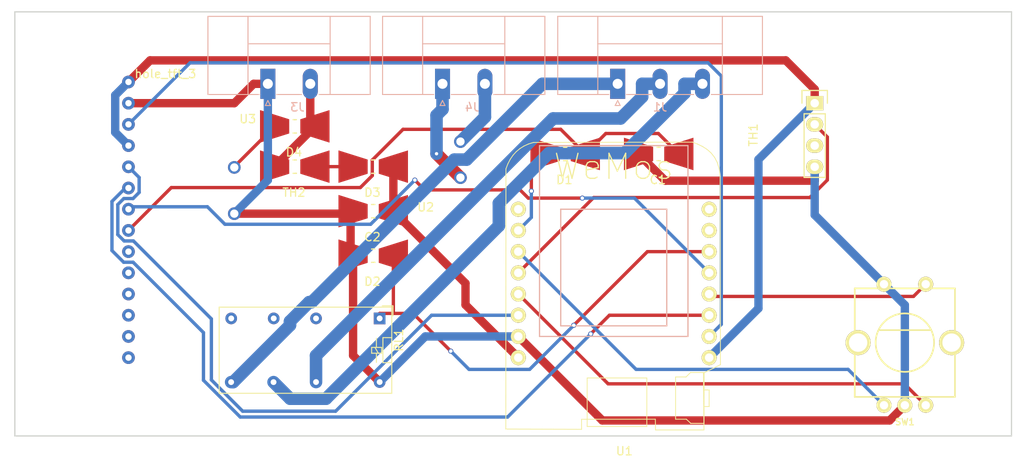
<source format=kicad_pcb>
(kicad_pcb (version 4) (host pcbnew 4.0.7)

  (general
    (links 37)
    (no_connects 0)
    (area 79.379714 43.065 204.45 99.365)
    (thickness 1.6)
    (drawings 6)
    (tracks 160)
    (zones 0)
    (modules 24)
    (nets 35)
  )

  (page A4)
  (layers
    (0 F.Cu signal)
    (31 B.Cu signal)
    (32 B.Adhes user)
    (33 F.Adhes user)
    (34 B.Paste user)
    (35 F.Paste user)
    (36 B.SilkS user)
    (37 F.SilkS user)
    (38 B.Mask user)
    (39 F.Mask user)
    (40 Dwgs.User user)
    (41 Cmts.User user)
    (42 Eco1.User user)
    (43 Eco2.User user)
    (44 Edge.Cuts user)
    (45 Margin user)
    (46 B.CrtYd user)
    (47 F.CrtYd user)
    (48 B.Fab user)
    (49 F.Fab user)
  )

  (setup
    (last_trace_width 0.4)
    (trace_clearance 0.3)
    (zone_clearance 0.508)
    (zone_45_only no)
    (trace_min 0.2)
    (segment_width 0.2)
    (edge_width 0.15)
    (via_size 0.6)
    (via_drill 0.4)
    (via_min_size 0.4)
    (via_min_drill 0.3)
    (uvia_size 0.3)
    (uvia_drill 0.1)
    (uvias_allowed no)
    (uvia_min_size 0.2)
    (uvia_min_drill 0.1)
    (pcb_text_width 0.3)
    (pcb_text_size 1.5 1.5)
    (mod_edge_width 0.15)
    (mod_text_size 1 1)
    (mod_text_width 0.15)
    (pad_size 1.8 1.8)
    (pad_drill 1)
    (pad_to_mask_clearance 0.2)
    (aux_axis_origin 0 0)
    (grid_origin 320.04 -83.82)
    (visible_elements 7FFFFFFF)
    (pcbplotparams
      (layerselection 0x01030_80000001)
      (usegerberextensions false)
      (excludeedgelayer true)
      (linewidth 0.100000)
      (plotframeref false)
      (viasonmask false)
      (mode 1)
      (useauxorigin false)
      (hpglpennumber 1)
      (hpglpenspeed 20)
      (hpglpendiameter 15)
      (hpglpenoverlay 2)
      (psnegative false)
      (psa4output false)
      (plotreference true)
      (plotvalue true)
      (plotinvisibletext false)
      (padsonsilk false)
      (subtractmaskfromsilk false)
      (outputformat 4)
      (mirror false)
      (drillshape 0)
      (scaleselection 1)
      (outputdirectory ""))
  )

  (net 0 "")
  (net 1 "Net-(C1-Pad1)")
  (net 2 GND)
  (net 3 +5V)
  (net 4 DISP_LED)
  (net 5 RELAY)
  (net 6 "Net-(D3-Pad2)")
  (net 7 NO1)
  (net 8 COM1)
  (net 9 NC1)
  (net 10 ENC_A)
  (net 11 ENC_B)
  (net 12 ENC_BUT)
  (net 13 +3V3)
  (net 14 DHT_22)
  (net 15 "Net-(TH1-Pad3)")
  (net 16 "Net-(U1-Pad8)")
  (net 17 DISP_DC)
  (net 18 DISP_CS)
  (net 19 DISP_MOSI)
  (net 20 DISP_SCK)
  (net 21 "Net-(U1-Pad10)")
  (net 22 "Net-(U1-Pad9)")
  (net 23 "Net-(U2-Pad9)")
  (net 24 "Net-(U2-Pad10)")
  (net 25 "Net-(U2-Pad11)")
  (net 26 "Net-(U2-Pad12)")
  (net 27 "Net-(U2-Pad13)")
  (net 28 pwr)
  (net 29 "Net-(J4-Pad2)")
  (net 30 "Net-(J4-Pad1)")
  (net 31 "Net-(RL1-Pad4)")
  (net 32 "Net-(RL1-Pad2)")
  (net 33 "Net-(RL1-Pad3)")
  (net 34 "Net-(D4-Pad2)")

  (net_class Default "Questo è il gruppo di collegamenti predefinito"
    (clearance 0.3)
    (trace_width 0.4)
    (via_dia 0.6)
    (via_drill 0.4)
    (uvia_dia 0.3)
    (uvia_drill 0.1)
    (add_net DHT_22)
    (add_net DISP_CS)
    (add_net DISP_DC)
    (add_net DISP_LED)
    (add_net DISP_MOSI)
    (add_net DISP_SCK)
    (add_net ENC_A)
    (add_net ENC_B)
    (add_net ENC_BUT)
    (add_net "Net-(C1-Pad1)")
    (add_net "Net-(D3-Pad2)")
    (add_net "Net-(D4-Pad2)")
    (add_net "Net-(RL1-Pad2)")
    (add_net "Net-(RL1-Pad3)")
    (add_net "Net-(RL1-Pad4)")
    (add_net "Net-(TH1-Pad3)")
    (add_net "Net-(U1-Pad10)")
    (add_net "Net-(U1-Pad8)")
    (add_net "Net-(U1-Pad9)")
    (add_net "Net-(U2-Pad10)")
    (add_net "Net-(U2-Pad11)")
    (add_net "Net-(U2-Pad12)")
    (add_net "Net-(U2-Pad13)")
    (add_net "Net-(U2-Pad9)")
    (add_net RELAY)
  )

  (net_class 220-relay ""
    (clearance 0.5)
    (trace_width 1.5)
    (via_dia 0.6)
    (via_drill 0.4)
    (uvia_dia 0.3)
    (uvia_drill 0.1)
    (add_net COM1)
    (add_net NC1)
    (add_net NO1)
    (add_net "Net-(J4-Pad1)")
    (add_net "Net-(J4-Pad2)")
  )

  (net_class pwr ""
    (clearance 0.3)
    (trace_width 1)
    (via_dia 0.6)
    (via_drill 0.4)
    (uvia_dia 0.3)
    (uvia_drill 0.1)
    (add_net +3V3)
    (add_net +5V)
    (add_net GND)
    (add_net pwr)
  )

  (module Mounting_Holes:MountingHole_3mm (layer F.Cu) (tedit 5C2B9EDB) (tstamp 5C2B9E21)
    (at 182.94 70.38 180)
    (descr "Mounting Hole 3mm, no annular")
    (tags "mounting hole 3mm no annular")
    (attr virtual)
    (fp_text reference hole_503_2 (at 0 -4 180) (layer F.SilkS) hide
      (effects (font (size 1 1) (thickness 0.15)))
    )
    (fp_text value MountingHole_3mm (at 0 4 180) (layer F.Fab)
      (effects (font (size 1 1) (thickness 0.15)))
    )
    (fp_text user %R (at 0.3 0 180) (layer F.Fab)
      (effects (font (size 1 1) (thickness 0.15)))
    )
    (fp_circle (center 0 0) (end 3 0) (layer Cmts.User) (width 0.15))
    (fp_circle (center 0 0) (end 3.25 0) (layer F.CrtYd) (width 0.05))
    (pad 1 np_thru_hole circle (at 0 0 180) (size 3 3) (drill 3) (layers *.Cu *.Mask))
  )

  (module Mounting_Holes:MountingHole_3mm (layer F.Cu) (tedit 5C22A1BF) (tstamp 5C211270)
    (at 176.149 48.387 180)
    (descr "Mounting Hole 3mm, no annular")
    (tags "mounting hole 3mm no annular")
    (attr virtual)
    (fp_text reference hole_tft_4 (at 0 -4 180) (layer F.SilkS) hide
      (effects (font (size 1 1) (thickness 0.15)))
    )
    (fp_text value MountingHole_3mm (at 0 4 180) (layer F.Fab)
      (effects (font (size 1 1) (thickness 0.15)))
    )
    (fp_text user %R (at 0.3 0 180) (layer F.Fab)
      (effects (font (size 1 1) (thickness 0.15)))
    )
    (fp_circle (center 0 0) (end 3 0) (layer Cmts.User) (width 0.15))
    (fp_circle (center 0 0) (end 3.25 0) (layer F.CrtYd) (width 0.05))
    (pad 1 np_thru_hole circle (at 0 0 180) (size 3 3) (drill 3) (layers *.Cu *.Mask))
  )

  (module Mounting_Holes:MountingHole_3mm (layer F.Cu) (tedit 5C212759) (tstamp 5C211267)
    (at 99.568 48.387 180)
    (descr "Mounting Hole 3mm, no annular")
    (tags "mounting hole 3mm no annular")
    (attr virtual)
    (fp_text reference hole_tft_3 (at 0 -4 180) (layer F.SilkS)
      (effects (font (size 1 1) (thickness 0.15)))
    )
    (fp_text value MountingHole_3mm (at 0 4 180) (layer F.Fab)
      (effects (font (size 1 1) (thickness 0.15)))
    )
    (fp_text user %R (at 0.3 0 180) (layer F.Fab)
      (effects (font (size 1 1) (thickness 0.15)))
    )
    (fp_circle (center 0 0) (end 3 0) (layer Cmts.User) (width 0.15))
    (fp_circle (center 0 0) (end 3.25 0) (layer F.CrtYd) (width 0.05))
    (pad 1 np_thru_hole circle (at 0 0 180) (size 3 3) (drill 3) (layers *.Cu *.Mask))
  )

  (module Mounting_Holes:MountingHole_3mm (layer F.Cu) (tedit 5C22A1CE) (tstamp 5C21125F)
    (at 99.568 92.456 180)
    (descr "Mounting Hole 3mm, no annular")
    (tags "mounting hole 3mm no annular")
    (attr virtual)
    (fp_text reference hole_tft_2 (at 0 -4 180) (layer F.SilkS) hide
      (effects (font (size 1 1) (thickness 0.15)))
    )
    (fp_text value MountingHole_3mm (at 0 4 180) (layer F.Fab)
      (effects (font (size 1 1) (thickness 0.15)))
    )
    (fp_text user %R (at 0.3 0 180) (layer F.Fab)
      (effects (font (size 1 1) (thickness 0.15)))
    )
    (fp_circle (center 0 0) (end 3 0) (layer Cmts.User) (width 0.15))
    (fp_circle (center 0 0) (end 3.25 0) (layer F.CrtYd) (width 0.05))
    (pad 1 np_thru_hole circle (at 0 0 180) (size 3 3) (drill 3) (layers *.Cu *.Mask))
  )

  (module Mounting_Holes:MountingHole_3mm (layer F.Cu) (tedit 5C22A1CB) (tstamp 5C210E8F)
    (at 87.094 70.378 180)
    (descr "Mounting Hole 3mm, no annular")
    (tags "mounting hole 3mm no annular")
    (attr virtual)
    (fp_text reference hole_504_1 (at 0 -4 180) (layer F.SilkS) hide
      (effects (font (size 1 1) (thickness 0.15)))
    )
    (fp_text value MountingHole_3mm (at 0 4 180) (layer F.Fab)
      (effects (font (size 1 1) (thickness 0.15)))
    )
    (fp_text user %R (at 0.3 0 180) (layer F.Fab)
      (effects (font (size 1 1) (thickness 0.15)))
    )
    (fp_circle (center 0 0) (end 3 0) (layer Cmts.User) (width 0.15))
    (fp_circle (center 0 0) (end 3.25 0) (layer F.CrtYd) (width 0.05))
    (pad 1 np_thru_hole circle (at 0 0 180) (size 3 3) (drill 3) (layers *.Cu *.Mask))
  )

  (module Mounting_Holes:MountingHole_3mm (layer F.Cu) (tedit 5C22A1BA) (tstamp 5C210E87)
    (at 195.094 70.378 180)
    (descr "Mounting Hole 3mm, no annular")
    (tags "mounting hole 3mm no annular")
    (attr virtual)
    (fp_text reference hole504_1 (at 0 -4 180) (layer F.SilkS) hide
      (effects (font (size 1 1) (thickness 0.15)))
    )
    (fp_text value MountingHole_3mm (at 0 4 180) (layer F.Fab)
      (effects (font (size 1 1) (thickness 0.15)))
    )
    (fp_text user %R (at 0.3 0 180) (layer F.Fab)
      (effects (font (size 1 1) (thickness 0.15)))
    )
    (fp_circle (center 0 0) (end 3 0) (layer Cmts.User) (width 0.15))
    (fp_circle (center 0 0) (end 3.25 0) (layer F.CrtYd) (width 0.05))
    (pad 1 np_thru_hole circle (at 0 0 180) (size 3 3) (drill 3) (layers *.Cu *.Mask))
  )

  (module Sensors:DHT22_Temperature_Humidity (layer F.Cu) (tedit 570580B0) (tstamp 5C1635BA)
    (at 177.34 59.71 270)
    (path /5BF1A8F7)
    (fp_text reference TH1 (at 0 7.35 270) (layer F.SilkS)
      (effects (font (size 1 1) (thickness 0.15)))
    )
    (fp_text value DHT22_Temperature_Humidity (at 0 5.445 270) (layer F.Fab)
      (effects (font (size 1 1) (thickness 0.15)))
    )
    (fp_line (start -2.54 1.27) (end -2.54 -1.27) (layer F.SilkS) (width 0.15))
    (fp_line (start 5.08 1.27) (end -2.54 1.27) (layer F.SilkS) (width 0.15))
    (fp_line (start 5.08 -1.27) (end 5.08 1.27) (layer F.SilkS) (width 0.15))
    (fp_line (start -2.54 -1.27) (end 5.08 -1.27) (layer F.SilkS) (width 0.15))
    (fp_line (start -5.334 1.524) (end -3.81 1.524) (layer F.SilkS) (width 0.15))
    (fp_line (start -5.334 -1.524) (end -5.334 1.524) (layer F.SilkS) (width 0.15))
    (fp_line (start -3.81 -1.524) (end -5.334 -1.524) (layer F.SilkS) (width 0.15))
    (fp_line (start -7.62 4.3) (end 7.62 4.3) (layer B.CrtYd) (width 0.15))
    (fp_line (start -7.62 -3.3) (end -7.62 4.3) (layer B.CrtYd) (width 0.15))
    (fp_line (start 7.62 -3.3) (end 7.62 4.3) (layer B.CrtYd) (width 0.15))
    (fp_line (start -7.62 -3.3) (end 7.62 -3.3) (layer B.CrtYd) (width 0.15))
    (fp_line (start -7.62 -2) (end 7.62 -2) (layer B.CrtYd) (width 0.15))
    (pad 1 thru_hole rect (at -3.81 0) (size 2.032 1.7272) (drill 1.016) (layers *.Cu *.Mask F.SilkS)
      (net 13 +3V3))
    (pad 2 thru_hole oval (at -1.27 0) (size 2.032 1.7272) (drill 1.016) (layers *.Cu *.Mask F.SilkS)
      (net 14 DHT_22))
    (pad 3 thru_hole oval (at 1.27 0) (size 2.032 1.7272) (drill 1.016) (layers *.Cu *.Mask F.SilkS)
      (net 15 "Net-(TH1-Pad3)"))
    (pad 4 thru_hole oval (at 3.81 0) (size 2.032 1.7272) (drill 1.016) (layers *.Cu *.Mask F.SilkS)
      (net 2 GND))
  )

  (module wemos_d1_mini:D1_mini_board (layer F.Cu) (tedit 5766F65E) (tstamp 5C1635D4)
    (at 153.27 78.76)
    (path /5BF1A110)
    (fp_text reference U1 (at 1.27 18.81) (layer F.SilkS)
      (effects (font (size 1 1) (thickness 0.15)))
    )
    (fp_text value WeMos_mini (at 1.27 -19.05) (layer F.Fab)
      (effects (font (size 1 1) (thickness 0.15)))
    )
    (fp_text user WeMos (at 0 -15.24) (layer F.SilkS)
      (effects (font (size 3 3) (thickness 0.15)))
    )
    (fp_line (start -6.35 3.81) (end -6.35 -10.16) (layer B.SilkS) (width 0.15))
    (fp_line (start -6.35 -10.16) (end 6.35 -10.16) (layer B.SilkS) (width 0.15))
    (fp_line (start 6.35 -10.16) (end 6.35 3.81) (layer B.SilkS) (width 0.15))
    (fp_line (start 6.35 3.81) (end -6.35 3.81) (layer B.SilkS) (width 0.15))
    (fp_line (start -8.89 5.08) (end 8.89 5.08) (layer B.SilkS) (width 0.15))
    (fp_line (start 8.89 5.08) (end 8.89 -17.78) (layer B.SilkS) (width 0.15))
    (fp_line (start 8.89 -17.78) (end -8.89 -17.78) (layer B.SilkS) (width 0.15))
    (fp_line (start -8.89 -17.78) (end -8.89 5.08) (layer B.SilkS) (width 0.15))
    (fp_line (start 10.817472 16.277228) (end 5.00618 16.277228) (layer F.SilkS) (width 0.1))
    (fp_line (start 5.00618 16.277228) (end 4.979849 14.993795) (layer F.SilkS) (width 0.1))
    (fp_line (start 4.979849 14.993795) (end -3.851373 15.000483) (layer F.SilkS) (width 0.1))
    (fp_line (start -3.851373 15.000483) (end -3.849397 16.202736) (layer F.SilkS) (width 0.1))
    (fp_line (start -3.849397 16.202736) (end -12.930193 16.176658) (layer F.SilkS) (width 0.1))
    (fp_line (start -12.930193 16.176658) (end -12.916195 -14.993493) (layer F.SilkS) (width 0.1))
    (fp_line (start -12.916195 -14.993493) (end -12.683384 -15.596286) (layer F.SilkS) (width 0.1))
    (fp_line (start -12.683384 -15.596286) (end -12.399901 -16.141167) (layer F.SilkS) (width 0.1))
    (fp_line (start -12.399901 -16.141167) (end -12.065253 -16.627577) (layer F.SilkS) (width 0.1))
    (fp_line (start -12.065253 -16.627577) (end -11.678953 -17.054952) (layer F.SilkS) (width 0.1))
    (fp_line (start -11.678953 -17.054952) (end -11.240512 -17.422741) (layer F.SilkS) (width 0.1))
    (fp_line (start -11.240512 -17.422741) (end -10.74944 -17.730377) (layer F.SilkS) (width 0.1))
    (fp_line (start -10.74944 -17.730377) (end -10.20525 -17.97731) (layer F.SilkS) (width 0.1))
    (fp_line (start -10.20525 -17.97731) (end -9.607453 -18.162976) (layer F.SilkS) (width 0.1))
    (fp_line (start -9.607453 -18.162976) (end 9.43046 -18.191734) (layer F.SilkS) (width 0.1))
    (fp_line (start 9.43046 -18.191734) (end 10.049824 -17.957741) (layer F.SilkS) (width 0.1))
    (fp_line (start 10.049824 -17.957741) (end 10.638018 -17.673258) (layer F.SilkS) (width 0.1))
    (fp_line (start 10.638018 -17.673258) (end 11.181445 -17.323743) (layer F.SilkS) (width 0.1))
    (fp_line (start 11.181445 -17.323743) (end 11.666503 -16.894658) (layer F.SilkS) (width 0.1))
    (fp_line (start 11.666503 -16.894658) (end 12.079595 -16.37146) (layer F.SilkS) (width 0.1))
    (fp_line (start 12.079595 -16.37146) (end 12.407122 -15.739613) (layer F.SilkS) (width 0.1))
    (fp_line (start 12.407122 -15.739613) (end 12.635482 -14.984575) (layer F.SilkS) (width 0.1))
    (fp_line (start 12.635482 -14.984575) (end 12.751078 -14.091807) (layer F.SilkS) (width 0.1))
    (fp_line (start 12.751078 -14.091807) (end 12.776026 8.463285) (layer F.SilkS) (width 0.1))
    (fp_line (start 12.776026 8.463285) (end 10.83248 9.424181) (layer F.SilkS) (width 0.1))
    (fp_line (start 10.83248 9.424181) (end 10.802686 16.232524) (layer F.SilkS) (width 0.1))
    (fp_line (start -3.17965 10.051451) (end 3.959931 10.051451) (layer F.SilkS) (width 0.1))
    (fp_line (start 3.959931 10.051451) (end 3.959931 15.865188) (layer F.SilkS) (width 0.1))
    (fp_line (start 3.959931 15.865188) (end -3.17965 15.865188) (layer F.SilkS) (width 0.1))
    (fp_line (start -3.17965 15.865188) (end -3.17965 10.051451) (layer F.SilkS) (width 0.1))
    (fp_line (start 10.7436 9.402349) (end 9.191378 9.402349) (layer F.SilkS) (width 0.1))
    (fp_line (start 9.191378 9.402349) (end 8.662211 9.931515) (layer F.SilkS) (width 0.1))
    (fp_line (start 8.662211 9.931515) (end 7.40985 9.931515) (layer F.SilkS) (width 0.1))
    (fp_line (start 7.40985 9.931515) (end 7.40985 14.993876) (layer F.SilkS) (width 0.1))
    (fp_line (start 7.40985 14.993876) (end 8.697489 14.993876) (layer F.SilkS) (width 0.1))
    (fp_line (start 8.697489 14.993876) (end 9.226656 15.487765) (layer F.SilkS) (width 0.1))
    (fp_line (start 9.226656 15.487765) (end 10.796517 15.487765) (layer F.SilkS) (width 0.1))
    (fp_line (start 10.796517 15.487765) (end 10.7436 9.402349) (layer F.SilkS) (width 0.1))
    (fp_line (start 10.778878 11.483738) (end 11.431517 11.483738) (layer F.SilkS) (width 0.1))
    (fp_line (start 11.431517 11.483738) (end 11.431517 13.476932) (layer F.SilkS) (width 0.1))
    (fp_line (start 11.431517 13.476932) (end 10.814156 13.476932) (layer F.SilkS) (width 0.1))
    (pad 8 thru_hole circle (at -11.43 -10.16) (size 1.8 1.8) (drill 1.016) (layers *.Cu *.Mask F.SilkS)
      (net 16 "Net-(U1-Pad8)"))
    (pad 7 thru_hole circle (at -11.43 -7.62) (size 1.8 1.8) (drill 1.016) (layers *.Cu *.Mask F.SilkS)
      (net 4 DISP_LED))
    (pad 6 thru_hole circle (at -11.43 -5.08) (size 1.8 1.8) (drill 1.016) (layers *.Cu *.Mask F.SilkS)
      (net 10 ENC_A))
    (pad 5 thru_hole circle (at -11.43 -2.54) (size 1.8 1.8) (drill 1.016) (layers *.Cu *.Mask F.SilkS)
      (net 14 DHT_22))
    (pad 4 thru_hole circle (at -11.43 0) (size 1.8 1.8) (drill 1.016) (layers *.Cu *.Mask F.SilkS)
      (net 11 ENC_B))
    (pad 3 thru_hole circle (at -11.43 2.54) (size 1.8 1.8) (drill 1.016) (layers *.Cu *.Mask F.SilkS)
      (net 17 DISP_DC))
    (pad 2 thru_hole circle (at -11.43 5.08) (size 1.8 1.8) (drill 1.016) (layers *.Cu *.Mask F.SilkS)
      (net 2 GND))
    (pad 1 thru_hole circle (at -11.43 7.62) (size 1.8 1.8) (drill 1.016) (layers *.Cu *.Mask F.SilkS)
      (net 3 +5V))
    (pad 16 thru_hole circle (at 11.43 7.62) (size 1.8 1.8) (drill 1.016) (layers *.Cu *.Mask F.SilkS)
      (net 13 +3V3))
    (pad 15 thru_hole circle (at 11.43 5.08) (size 1.8 1.8) (drill 1.016) (layers *.Cu *.Mask F.SilkS)
      (net 18 DISP_CS))
    (pad 14 thru_hole circle (at 11.43 2.54) (size 1.8 1.8) (drill 1.016) (layers *.Cu *.Mask F.SilkS)
      (net 19 DISP_MOSI))
    (pad 13 thru_hole circle (at 11.43 0) (size 1.8 1.8) (drill 1.016) (layers *.Cu *.Mask F.SilkS)
      (net 12 ENC_BUT))
    (pad 12 thru_hole circle (at 11.43 -2.54) (size 1.8 1.8) (drill 1.016) (layers *.Cu *.Mask F.SilkS)
      (net 20 DISP_SCK))
    (pad 11 thru_hole circle (at 11.43 -5.08) (size 1.8 1.8) (drill 1.016) (layers *.Cu *.Mask F.SilkS)
      (net 5 RELAY))
    (pad 10 thru_hole circle (at 11.43 -7.62) (size 1.8 1.8) (drill 1.016) (layers *.Cu *.Mask F.SilkS)
      (net 21 "Net-(U1-Pad10)"))
    (pad 9 thru_hole circle (at 11.43 -10.16) (size 1.8 1.8) (drill 1.016) (layers *.Cu *.Mask F.SilkS)
      (net 22 "Net-(U1-Pad9)"))
    (model wemos_d1_mini.3dshapes/d1_mini_shield.wrl
      (at (xyz -0.5 -0.65 0.35))
      (scale (xyz 0.3937 0.3937 0.3937))
      (rotate (xyz 0 0 0))
    )
  )

  (module Mounting_Holes:MountingHole_3mm (layer F.Cu) (tedit 5C22A1C4) (tstamp 5C16390D)
    (at 99.314 70.358 180)
    (descr "Mounting Hole 3mm, no annular")
    (tags "mounting hole 3mm no annular")
    (attr virtual)
    (fp_text reference hole_503_1 (at 0 -4 180) (layer F.SilkS) hide
      (effects (font (size 1 1) (thickness 0.15)))
    )
    (fp_text value MountingHole_3mm (at 0 4 180) (layer F.Fab)
      (effects (font (size 1 1) (thickness 0.15)))
    )
    (fp_text user %R (at 0.3 0 180) (layer F.Fab)
      (effects (font (size 1 1) (thickness 0.15)))
    )
    (fp_circle (center 0 0) (end 3 0) (layer Cmts.User) (width 0.15))
    (fp_circle (center 0 0) (end 3.25 0) (layer F.CrtYd) (width 0.05))
    (pad 1 np_thru_hole circle (at 0 0 180) (size 3 3) (drill 3) (layers *.Cu *.Mask))
  )

  (module Mounting_Holes:MountingHole_3mm (layer F.Cu) (tedit 5C22A1B2) (tstamp 5C211256)
    (at 176.022 91.567 180)
    (descr "Mounting Hole 3mm, no annular")
    (tags "mounting hole 3mm no annular")
    (solder_mask_margin 1.6)
    (attr virtual)
    (fp_text reference hole_tft_1 (at 0 -4 180) (layer F.SilkS) hide
      (effects (font (size 1 1) (thickness 0.15)))
    )
    (fp_text value MountingHole_3mm (at 0 4 180) (layer F.Fab)
      (effects (font (size 1 1) (thickness 0.15)))
    )
    (fp_text user %R (at 0.3 0 180) (layer F.Fab)
      (effects (font (size 1 1) (thickness 0.15)))
    )
    (fp_circle (center 0 0) (end 3 0) (layer Cmts.User) (width 0.15))
    (fp_circle (center 0 0) (end 3.25 0) (layer F.CrtYd) (width 0.05))
    (pad 1 np_thru_hole circle (at 0 0 180) (size 3 3) (drill 3) (layers *.Cu *.Mask))
  )

  (module xl007:xl007 (layer F.Cu) (tedit 5C2358A5) (tstamp 5C235A27)
    (at 121.158 66.802)
    (path /5C235005)
    (fp_text reference U3 (at -11.73 -9.01) (layer F.SilkS)
      (effects (font (size 1 1) (thickness 0.15)))
    )
    (fp_text value xl-007 (at -0.04 7.79) (layer F.Fab)
      (effects (font (size 1 1) (thickness 0.15)))
    )
    (fp_line (start -14.93 10.285) (end 14.93 10.285) (layer F.CrtYd) (width 0.15))
    (fp_line (start 14.93 -10.285) (end 14.93 10.285) (layer F.CrtYd) (width 0.15))
    (fp_line (start -14.93 -10.285) (end 14.93 -10.285) (layer F.CrtYd) (width 0.15))
    (fp_line (start -14.93 -10.285) (end -14.93 10.285) (layer F.CrtYd) (width 0.15))
    (pad 3 thru_hole circle (at -13.34 -3.21) (size 1.524 1.524) (drill 1) (layers *.Cu *.Mask)
      (net 34 "Net-(D4-Pad2)"))
    (pad 4 thru_hole circle (at -13.34 2.33) (size 1.524 1.524) (drill 1) (layers *.Cu *.Mask)
      (net 2 GND))
    (pad 1 thru_hole circle (at 13.75 -6.305) (size 1.524 1.524) (drill 1) (layers *.Cu *.Mask)
      (net 29 "Net-(J4-Pad2)"))
    (pad 2 thru_hole circle (at 13.75 -1.985) (size 1.524 1.524) (drill 1) (layers *.Cu *.Mask)
      (net 30 "Net-(J4-Pad1)"))
  )

  (module Connectors_Phoenix:PhoenixContact_MC-GF_02x5.08mm_Angled_ThreadedFlange (layer B.Cu) (tedit 59566E60) (tstamp 5C235F1C)
    (at 132.76 53.58)
    (descr "Generic Phoenix Contact connector footprint for series: MC-GF; number of pins: 02; pin pitch: 5.08mm; Angled; threaded flange || order number: 1847466 8A 320V")
    (tags "phoenix_contact connector MC_01x02_GF_5.08mm")
    (path /5C235B8E)
    (fp_text reference J4 (at 3.54 2.8) (layer B.SilkS)
      (effects (font (size 1 1) (thickness 0.15)) (justify mirror))
    )
    (fp_text value Screw_Terminal_01x02 (at 2.54 -9) (layer B.Fab)
      (effects (font (size 1 1) (thickness 0.15)) (justify mirror))
    )
    (fp_line (start -7.18 1.28) (end -7.18 -8.08) (layer B.SilkS) (width 0.12))
    (fp_line (start -7.18 -8.08) (end 12.26 -8.08) (layer B.SilkS) (width 0.12))
    (fp_line (start 12.26 -8.08) (end 12.26 1.28) (layer B.SilkS) (width 0.12))
    (fp_line (start -7.18 1.28) (end -1.05 1.28) (layer B.SilkS) (width 0.12))
    (fp_line (start 12.26 1.28) (end 6.13 1.28) (layer B.SilkS) (width 0.12))
    (fp_line (start 1.05 1.28) (end 4.03 1.28) (layer B.SilkS) (width 0.12))
    (fp_line (start -7.1 1.2) (end -7.1 -8) (layer B.Fab) (width 0.1))
    (fp_line (start -7.1 -8) (end 12.18 -8) (layer B.Fab) (width 0.1))
    (fp_line (start 12.18 -8) (end 12.18 1.2) (layer B.Fab) (width 0.1))
    (fp_line (start 12.18 1.2) (end -7.1 1.2) (layer B.Fab) (width 0.1))
    (fp_line (start -2.38 -4.8) (end 7.46 -4.8) (layer B.SilkS) (width 0.12))
    (fp_line (start -2.38 1.28) (end -2.38 -8.08) (layer B.SilkS) (width 0.12))
    (fp_line (start 7.46 1.28) (end 7.46 -8.08) (layer B.SilkS) (width 0.12))
    (fp_line (start -7.68 2.3) (end -7.68 -8.5) (layer B.CrtYd) (width 0.05))
    (fp_line (start -7.68 -8.5) (end 12.68 -8.5) (layer B.CrtYd) (width 0.05))
    (fp_line (start 12.68 -8.5) (end 12.68 2.3) (layer B.CrtYd) (width 0.05))
    (fp_line (start 12.68 2.3) (end -7.68 2.3) (layer B.CrtYd) (width 0.05))
    (fp_line (start 0.3 2.6) (end 0 2) (layer B.SilkS) (width 0.12))
    (fp_line (start 0 2) (end -0.3 2.6) (layer B.SilkS) (width 0.12))
    (fp_line (start -0.3 2.6) (end 0.3 2.6) (layer B.SilkS) (width 0.12))
    (fp_line (start 0.8 1.2) (end 0 0) (layer B.Fab) (width 0.1))
    (fp_line (start 0 0) (end -0.8 1.2) (layer B.Fab) (width 0.1))
    (fp_text user %R (at 2.54 -3) (layer B.Fab)
      (effects (font (size 1 1) (thickness 0.15)) (justify mirror))
    )
    (pad 1 thru_hole rect (at 0 0) (size 1.8 3.6) (drill 1.2) (layers *.Cu *.Mask)
      (net 30 "Net-(J4-Pad1)"))
    (pad 2 thru_hole oval (at 5.08 0) (size 1.8 3.6) (drill 1.2) (layers *.Cu *.Mask)
      (net 29 "Net-(J4-Pad2)"))
    (model ${KISYS3DMOD}/Connectors_Phoenix.3dshapes/PhoenixContact_MC-GF_02x5.08mm_Angled_ThreadedFlange.wrl
      (at (xyz 0 0 0))
      (scale (xyz 1 1 1))
      (rotate (xyz 0 0 0))
    )
  )

  (module Resistors_Universal:Resistor_SMD+THTuniversal_0805to2512_HandSoldering (layer F.Cu) (tedit 0) (tstamp 5C235F64)
    (at 158.653 61.98 180)
    (descr "Resistor, SMD and THT, universal, 0805 to 2512, Hand soldering,")
    (tags "Resistor, SMD and THT, universal, 0805 to 2512, Hand soldering,")
    (path /5BF1A314)
    (fp_text reference C1 (at 0.09906 -3.0988 180) (layer F.SilkS)
      (effects (font (size 1 1) (thickness 0.15)))
    )
    (fp_text value C (at -0.39878 4.20116 180) (layer F.Fab)
      (effects (font (size 1 1) (thickness 0.15)))
    )
    (fp_line (start 0 0.8001) (end 0.20066 0.8001) (layer F.SilkS) (width 0.15))
    (fp_line (start 0 0.8001) (end -0.20066 0.8001) (layer F.SilkS) (width 0.15))
    (fp_line (start -0.09906 -0.8001) (end -0.20066 -0.8001) (layer F.SilkS) (width 0.15))
    (fp_line (start -0.20066 -0.8001) (end 0.20066 -0.8001) (layer F.SilkS) (width 0.15))
    (pad 1 smd trapezoid (at -2.413 0 180) (size 3.50012 2.79908) (rect_delta 1.09982 0 ) (layers F.Cu F.Paste F.Mask)
      (net 1 "Net-(C1-Pad1)"))
    (pad 2 smd trapezoid (at 2.413 0) (size 3.50012 2.79908) (rect_delta 1.09982 0 ) (layers F.Cu F.Paste F.Mask)
      (net 2 GND))
  )

  (module Resistors_Universal:Resistor_SMD+THTuniversal_0805to2512_HandSoldering (layer F.Cu) (tedit 0) (tstamp 5C235F69)
    (at 124.46 68.834 180)
    (descr "Resistor, SMD and THT, universal, 0805 to 2512, Hand soldering,")
    (tags "Resistor, SMD and THT, universal, 0805 to 2512, Hand soldering,")
    (path /5BF1F4CF)
    (fp_text reference C2 (at 0.09906 -3.0988 180) (layer F.SilkS)
      (effects (font (size 1 1) (thickness 0.15)))
    )
    (fp_text value CP1 (at -0.39878 4.20116 180) (layer F.Fab)
      (effects (font (size 1 1) (thickness 0.15)))
    )
    (fp_line (start 0 0.8001) (end 0.20066 0.8001) (layer F.SilkS) (width 0.15))
    (fp_line (start 0 0.8001) (end -0.20066 0.8001) (layer F.SilkS) (width 0.15))
    (fp_line (start -0.09906 -0.8001) (end -0.20066 -0.8001) (layer F.SilkS) (width 0.15))
    (fp_line (start -0.20066 -0.8001) (end 0.20066 -0.8001) (layer F.SilkS) (width 0.15))
    (pad 1 smd trapezoid (at -2.413 0 180) (size 3.50012 2.79908) (rect_delta 1.09982 0 ) (layers F.Cu F.Paste F.Mask)
      (net 3 +5V))
    (pad 2 smd trapezoid (at 2.413 0) (size 3.50012 2.79908) (rect_delta 1.09982 0 ) (layers F.Cu F.Paste F.Mask)
      (net 2 GND))
  )

  (module Resistors_Universal:Resistor_SMD+THTuniversal_0805to2512_HandSoldering (layer F.Cu) (tedit 0) (tstamp 5C235F6E)
    (at 147.453 61.98 180)
    (descr "Resistor, SMD and THT, universal, 0805 to 2512, Hand soldering,")
    (tags "Resistor, SMD and THT, universal, 0805 to 2512, Hand soldering,")
    (path /5BF1B09E)
    (fp_text reference D1 (at 0.09906 -3.0988 180) (layer F.SilkS)
      (effects (font (size 1 1) (thickness 0.15)))
    )
    (fp_text value D_Schottky (at -0.39878 4.20116 180) (layer F.Fab)
      (effects (font (size 1 1) (thickness 0.15)))
    )
    (fp_line (start 0 0.8001) (end 0.20066 0.8001) (layer F.SilkS) (width 0.15))
    (fp_line (start 0 0.8001) (end -0.20066 0.8001) (layer F.SilkS) (width 0.15))
    (fp_line (start -0.09906 -0.8001) (end -0.20066 -0.8001) (layer F.SilkS) (width 0.15))
    (fp_line (start -0.20066 -0.8001) (end 0.20066 -0.8001) (layer F.SilkS) (width 0.15))
    (pad 1 smd trapezoid (at -2.413 0 180) (size 3.50012 2.79908) (rect_delta 1.09982 0 ) (layers F.Cu F.Paste F.Mask)
      (net 1 "Net-(C1-Pad1)"))
    (pad 2 smd trapezoid (at 2.413 0) (size 3.50012 2.79908) (rect_delta 1.09982 0 ) (layers F.Cu F.Paste F.Mask)
      (net 4 DISP_LED))
  )

  (module Resistors_Universal:Resistor_SMD+THTuniversal_0805to2512_HandSoldering (layer F.Cu) (tedit 0) (tstamp 5C235F78)
    (at 124.46 74.168 180)
    (descr "Resistor, SMD and THT, universal, 0805 to 2512, Hand soldering,")
    (tags "Resistor, SMD and THT, universal, 0805 to 2512, Hand soldering,")
    (path /5BF1A2E9)
    (fp_text reference D2 (at 0.09906 -3.0988 180) (layer F.SilkS)
      (effects (font (size 1 1) (thickness 0.15)))
    )
    (fp_text value D (at -0.39878 4.20116 180) (layer F.Fab)
      (effects (font (size 1 1) (thickness 0.15)))
    )
    (fp_line (start 0 0.8001) (end 0.20066 0.8001) (layer F.SilkS) (width 0.15))
    (fp_line (start 0 0.8001) (end -0.20066 0.8001) (layer F.SilkS) (width 0.15))
    (fp_line (start -0.09906 -0.8001) (end -0.20066 -0.8001) (layer F.SilkS) (width 0.15))
    (fp_line (start -0.20066 -0.8001) (end 0.20066 -0.8001) (layer F.SilkS) (width 0.15))
    (pad 1 smd trapezoid (at -2.413 0 180) (size 3.50012 2.79908) (rect_delta 1.09982 0 ) (layers F.Cu F.Paste F.Mask)
      (net 5 RELAY))
    (pad 2 smd trapezoid (at 2.413 0) (size 3.50012 2.79908) (rect_delta 1.09982 0 ) (layers F.Cu F.Paste F.Mask)
      (net 2 GND))
  )

  (module Resistors_Universal:Resistor_SMD+THTuniversal_0805to2512_HandSoldering (layer F.Cu) (tedit 0) (tstamp 5C235F79)
    (at 124.46 63.5 180)
    (descr "Resistor, SMD and THT, universal, 0805 to 2512, Hand soldering,")
    (tags "Resistor, SMD and THT, universal, 0805 to 2512, Hand soldering,")
    (path /5BF1F46A)
    (fp_text reference D3 (at 0.09906 -3.0988 180) (layer F.SilkS)
      (effects (font (size 1 1) (thickness 0.15)))
    )
    (fp_text value D (at -0.39878 4.20116 180) (layer F.Fab)
      (effects (font (size 1 1) (thickness 0.15)))
    )
    (fp_line (start 0 0.8001) (end 0.20066 0.8001) (layer F.SilkS) (width 0.15))
    (fp_line (start 0 0.8001) (end -0.20066 0.8001) (layer F.SilkS) (width 0.15))
    (fp_line (start -0.09906 -0.8001) (end -0.20066 -0.8001) (layer F.SilkS) (width 0.15))
    (fp_line (start -0.20066 -0.8001) (end 0.20066 -0.8001) (layer F.SilkS) (width 0.15))
    (pad 1 smd trapezoid (at -2.413 0 180) (size 3.50012 2.79908) (rect_delta 1.09982 0 ) (layers F.Cu F.Paste F.Mask)
      (net 3 +5V))
    (pad 2 smd trapezoid (at 2.413 0) (size 3.50012 2.79908) (rect_delta 1.09982 0 ) (layers F.Cu F.Paste F.Mask)
      (net 6 "Net-(D3-Pad2)"))
  )

  (module Connectors_Phoenix:PhoenixContact_MC-GF_03x5.08mm_Angled_ThreadedFlange (layer B.Cu) (tedit 59566E61) (tstamp 5C235F84)
    (at 153.74 53.58)
    (descr "Generic Phoenix Contact connector footprint for series: MC-GF; number of pins: 03; pin pitch: 5.08mm; Angled; threaded flange || order number: 1847479 8A 320V")
    (tags "phoenix_contact connector MC_01x03_GF_5.08mm")
    (path /5BF1E701)
    (fp_text reference J1 (at 5.08 2.8) (layer B.SilkS)
      (effects (font (size 1 1) (thickness 0.15)) (justify mirror))
    )
    (fp_text value Screw_Terminal_01x03 (at 5.08 -9) (layer B.Fab)
      (effects (font (size 1 1) (thickness 0.15)) (justify mirror))
    )
    (fp_line (start -7.18 1.28) (end -7.18 -8.08) (layer B.SilkS) (width 0.12))
    (fp_line (start -7.18 -8.08) (end 17.34 -8.08) (layer B.SilkS) (width 0.12))
    (fp_line (start 17.34 -8.08) (end 17.34 1.28) (layer B.SilkS) (width 0.12))
    (fp_line (start -7.18 1.28) (end -1.05 1.28) (layer B.SilkS) (width 0.12))
    (fp_line (start 17.34 1.28) (end 11.21 1.28) (layer B.SilkS) (width 0.12))
    (fp_line (start 1.05 1.28) (end 4.03 1.28) (layer B.SilkS) (width 0.12))
    (fp_line (start 6.13 1.28) (end 9.11 1.28) (layer B.SilkS) (width 0.12))
    (fp_line (start -7.1 1.2) (end -7.1 -8) (layer B.Fab) (width 0.1))
    (fp_line (start -7.1 -8) (end 17.26 -8) (layer B.Fab) (width 0.1))
    (fp_line (start 17.26 -8) (end 17.26 1.2) (layer B.Fab) (width 0.1))
    (fp_line (start 17.26 1.2) (end -7.1 1.2) (layer B.Fab) (width 0.1))
    (fp_line (start -2.38 -4.8) (end 12.54 -4.8) (layer B.SilkS) (width 0.12))
    (fp_line (start -2.38 1.28) (end -2.38 -8.08) (layer B.SilkS) (width 0.12))
    (fp_line (start 12.54 1.28) (end 12.54 -8.08) (layer B.SilkS) (width 0.12))
    (fp_line (start -7.68 2.3) (end -7.68 -8.5) (layer B.CrtYd) (width 0.05))
    (fp_line (start -7.68 -8.5) (end 17.76 -8.5) (layer B.CrtYd) (width 0.05))
    (fp_line (start 17.76 -8.5) (end 17.76 2.3) (layer B.CrtYd) (width 0.05))
    (fp_line (start 17.76 2.3) (end -7.68 2.3) (layer B.CrtYd) (width 0.05))
    (fp_line (start 0.3 2.6) (end 0 2) (layer B.SilkS) (width 0.12))
    (fp_line (start 0 2) (end -0.3 2.6) (layer B.SilkS) (width 0.12))
    (fp_line (start -0.3 2.6) (end 0.3 2.6) (layer B.SilkS) (width 0.12))
    (fp_line (start 0.8 1.2) (end 0 0) (layer B.Fab) (width 0.1))
    (fp_line (start 0 0) (end -0.8 1.2) (layer B.Fab) (width 0.1))
    (fp_text user %R (at 5.08 -3) (layer B.Fab)
      (effects (font (size 1 1) (thickness 0.15)) (justify mirror))
    )
    (pad 1 thru_hole rect (at 0 0) (size 1.8 3.6) (drill 1.2) (layers *.Cu *.Mask)
      (net 7 NO1))
    (pad 2 thru_hole oval (at 5.08 0) (size 1.8 3.6) (drill 1.2) (layers *.Cu *.Mask)
      (net 8 COM1))
    (pad 3 thru_hole oval (at 10.16 0) (size 1.8 3.6) (drill 1.2) (layers *.Cu *.Mask)
      (net 9 NC1))
    (model ${KISYS3DMOD}/Connectors_Phoenix.3dshapes/PhoenixContact_MC-GF_03x5.08mm_Angled_ThreadedFlange.wrl
      (at (xyz 0 0 0))
      (scale (xyz 1 1 1))
      (rotate (xyz 0 0 0))
    )
  )

  (module Connectors_Phoenix:PhoenixContact_MC-GF_02x5.08mm_Angled_ThreadedFlange (layer B.Cu) (tedit 59566E60) (tstamp 5C235F8C)
    (at 111.84 53.58)
    (descr "Generic Phoenix Contact connector footprint for series: MC-GF; number of pins: 02; pin pitch: 5.08mm; Angled; threaded flange || order number: 1847466 8A 320V")
    (tags "phoenix_contact connector MC_01x02_GF_5.08mm")
    (path /5BF1FD73)
    (fp_text reference J3 (at 3.54 2.8) (layer B.SilkS)
      (effects (font (size 1 1) (thickness 0.15)) (justify mirror))
    )
    (fp_text value Screw_Terminal_01x02 (at 2.54 -9) (layer B.Fab)
      (effects (font (size 1 1) (thickness 0.15)) (justify mirror))
    )
    (fp_line (start -7.18 1.28) (end -7.18 -8.08) (layer B.SilkS) (width 0.12))
    (fp_line (start -7.18 -8.08) (end 12.26 -8.08) (layer B.SilkS) (width 0.12))
    (fp_line (start 12.26 -8.08) (end 12.26 1.28) (layer B.SilkS) (width 0.12))
    (fp_line (start -7.18 1.28) (end -1.05 1.28) (layer B.SilkS) (width 0.12))
    (fp_line (start 12.26 1.28) (end 6.13 1.28) (layer B.SilkS) (width 0.12))
    (fp_line (start 1.05 1.28) (end 4.03 1.28) (layer B.SilkS) (width 0.12))
    (fp_line (start -7.1 1.2) (end -7.1 -8) (layer B.Fab) (width 0.1))
    (fp_line (start -7.1 -8) (end 12.18 -8) (layer B.Fab) (width 0.1))
    (fp_line (start 12.18 -8) (end 12.18 1.2) (layer B.Fab) (width 0.1))
    (fp_line (start 12.18 1.2) (end -7.1 1.2) (layer B.Fab) (width 0.1))
    (fp_line (start -2.38 -4.8) (end 7.46 -4.8) (layer B.SilkS) (width 0.12))
    (fp_line (start -2.38 1.28) (end -2.38 -8.08) (layer B.SilkS) (width 0.12))
    (fp_line (start 7.46 1.28) (end 7.46 -8.08) (layer B.SilkS) (width 0.12))
    (fp_line (start -7.68 2.3) (end -7.68 -8.5) (layer B.CrtYd) (width 0.05))
    (fp_line (start -7.68 -8.5) (end 12.68 -8.5) (layer B.CrtYd) (width 0.05))
    (fp_line (start 12.68 -8.5) (end 12.68 2.3) (layer B.CrtYd) (width 0.05))
    (fp_line (start 12.68 2.3) (end -7.68 2.3) (layer B.CrtYd) (width 0.05))
    (fp_line (start 0.3 2.6) (end 0 2) (layer B.SilkS) (width 0.12))
    (fp_line (start 0 2) (end -0.3 2.6) (layer B.SilkS) (width 0.12))
    (fp_line (start -0.3 2.6) (end 0.3 2.6) (layer B.SilkS) (width 0.12))
    (fp_line (start 0.8 1.2) (end 0 0) (layer B.Fab) (width 0.1))
    (fp_line (start 0 0) (end -0.8 1.2) (layer B.Fab) (width 0.1))
    (fp_text user %R (at 2.54 -3) (layer B.Fab)
      (effects (font (size 1 1) (thickness 0.15)) (justify mirror))
    )
    (pad 1 thru_hole rect (at 0 0) (size 1.8 3.6) (drill 1.2) (layers *.Cu *.Mask)
      (net 2 GND))
    (pad 2 thru_hole oval (at 5.08 0) (size 1.8 3.6) (drill 1.2) (layers *.Cu *.Mask)
      (net 28 pwr))
    (model ${KISYS3DMOD}/Connectors_Phoenix.3dshapes/PhoenixContact_MC-GF_02x5.08mm_Angled_ThreadedFlange.wrl
      (at (xyz 0 0 0))
      (scale (xyz 1 1 1))
      (rotate (xyz 0 0 0))
    )
  )

  (module Resistors_Universal:Resistor_SMD+THTuniversal_0805to2512_HandSoldering (layer F.Cu) (tedit 0) (tstamp 5C235F9A)
    (at 115.062 63.5 180)
    (descr "Resistor, SMD and THT, universal, 0805 to 2512, Hand soldering,")
    (tags "Resistor, SMD and THT, universal, 0805 to 2512, Hand soldering,")
    (path /5BF1F319)
    (fp_text reference TH2 (at 0.09906 -3.0988 180) (layer F.SilkS)
      (effects (font (size 1 1) (thickness 0.15)))
    )
    (fp_text value Thermistor (at -0.39878 4.20116 180) (layer F.Fab)
      (effects (font (size 1 1) (thickness 0.15)))
    )
    (fp_line (start 0 0.8001) (end 0.20066 0.8001) (layer F.SilkS) (width 0.15))
    (fp_line (start 0 0.8001) (end -0.20066 0.8001) (layer F.SilkS) (width 0.15))
    (fp_line (start -0.09906 -0.8001) (end -0.20066 -0.8001) (layer F.SilkS) (width 0.15))
    (fp_line (start -0.20066 -0.8001) (end 0.20066 -0.8001) (layer F.SilkS) (width 0.15))
    (pad 1 smd trapezoid (at -2.413 0 180) (size 3.50012 2.79908) (rect_delta 1.09982 0 ) (layers F.Cu F.Paste F.Mask)
      (net 6 "Net-(D3-Pad2)"))
    (pad 2 smd trapezoid (at 2.413 0) (size 3.50012 2.79908) (rect_delta 1.09982 0 ) (layers F.Cu F.Paste F.Mask)
      (net 28 pwr))
  )

  (module Relays_THT:Relay_DPDT_Omron_G5V-2 (layer F.Cu) (tedit 5C29E8F2) (tstamp 5C288AD7)
    (at 125.23 81.68 270)
    (descr http://omronfs.omron.com/en_US/ecb/products/pdf/en-g5v2.pdf)
    (tags "Omron G5V-2 Relay DPDT")
    (path /5C2889D7)
    (fp_text reference RL1 (at 2.6 -2.3 270) (layer F.SilkS)
      (effects (font (size 1 1) (thickness 0.15)))
    )
    (fp_text value JW2 (at -2.41 9.01 360) (layer F.Fab)
      (effects (font (size 1 1) (thickness 0.15)))
    )
    (fp_line (start -1.51 -1.6) (end -0.3 -1.6) (layer F.SilkS) (width 0.12))
    (fp_line (start -1.51 -0.3) (end -1.51 -1.6) (layer F.SilkS) (width 0.12))
    (fp_line (start -1.21 -0.3) (end -0.3 -1.31) (layer F.Fab) (width 0.12))
    (fp_line (start 8.83 -1.31) (end -0.3 -1.31) (layer F.Fab) (width 0.12))
    (fp_line (start -1.21 -0.3) (end -1.21 19.58) (layer F.Fab) (width 0.12))
    (fp_line (start -1.21 19.07) (end 8.83 19.07) (layer F.Fab) (width 0.12))
    (fp_line (start 8.83 19.07) (end 8.83 -1.31) (layer F.Fab) (width 0.12))
    (fp_line (start -1.35 -1.45) (end -1.35 19.22) (layer F.SilkS) (width 0.12))
    (fp_line (start -1.35 19.22) (end 8.97 19.22) (layer F.SilkS) (width 0.12))
    (fp_line (start 8.97 19.22) (end 8.97 -1.45) (layer F.SilkS) (width 0.12))
    (fp_line (start 8.97 -1.45) (end -1.35 -1.45) (layer F.SilkS) (width 0.12))
    (fp_line (start 2.3 -1.45) (end 2.3 -0.41) (layer F.SilkS) (width 0.12))
    (fp_line (start 2.3 -0.39) (end 5.3 -0.39) (layer F.SilkS) (width 0.12))
    (fp_line (start 5.3 -0.39) (end 5.3 -1.45) (layer F.SilkS) (width 0.12))
    (fp_line (start 9.07 19.33) (end -1.45 19.33) (layer F.CrtYd) (width 0.05))
    (fp_line (start -1.45 -1.55) (end 9.07 -1.55) (layer F.CrtYd) (width 0.05))
    (fp_line (start 9.07 -1.55) (end 9.07 19.33) (layer F.CrtYd) (width 0.05))
    (fp_text user %R (at 3.94 9.16 270) (layer F.Fab)
      (effects (font (size 1 1) (thickness 0.15)))
    )
    (fp_line (start 3.47 0.39) (end 2.37 0.39) (layer F.SilkS) (width 0.12))
    (fp_line (start 4.17 0.39) (end 5.27 0.39) (layer F.SilkS) (width 0.12))
    (fp_line (start 3.47 0.56) (end 4.17 0.16) (layer F.SilkS) (width 0.12))
    (fp_line (start 3.47 -0.24) (end 3.47 0.96) (layer F.SilkS) (width 0.12))
    (fp_line (start 3.47 0.96) (end 4.17 0.96) (layer F.SilkS) (width 0.12))
    (fp_line (start 4.17 0.96) (end 4.17 -0.24) (layer F.SilkS) (width 0.12))
    (fp_line (start 4.17 -0.24) (end 3.47 -0.24) (layer F.SilkS) (width 0.12))
    (fp_line (start -1.45 -1.55) (end -1.45 19.33) (layer F.CrtYd) (width 0.05))
    (pad 1 thru_hole rect (at 0 0 270) (size 1.4 1.4) (drill 0.7) (layers *.Cu *.Mask)
      (net 5 RELAY))
    (pad 8 thru_hole circle (at 7.62 0 270) (size 1.4 1.4) (drill 0.7) (layers *.Cu *.Mask)
      (net 2 GND))
    (pad 2 thru_hole circle (at 0 12.69 270) (size 1.4 1.4) (drill 0.7) (layers *.Cu *.Mask)
      (net 32 "Net-(RL1-Pad2)"))
    (pad 4 thru_hole circle (at 0 17.78 270) (size 1.4 1.4) (drill 0.7) (layers *.Cu *.Mask)
      (net 31 "Net-(RL1-Pad4)"))
    (pad 3 thru_hole circle (at 0 7.62 270) (size 1.4 1.4) (drill 0.7) (layers *.Cu *.Mask)
      (net 33 "Net-(RL1-Pad3)"))
    (pad 7 thru_hole circle (at 7.63 12.71 270) (size 1.4 1.4) (drill 0.7) (layers *.Cu *.Mask)
      (net 9 NC1))
    (pad 5 thru_hole circle (at 7.63 17.79 270) (size 1.4 1.4) (drill 0.7) (layers *.Cu *.Mask)
      (net 7 NO1))
    (pad 6 thru_hole circle (at 7.62 7.62 270) (size 1.4 1.4) (drill 0.7) (layers *.Cu *.Mask)
      (net 8 COM1))
    (model ${KISYS3DMOD}/Relays_THT.3dshapes/Relay_DPDT_Omron_G5V-2.wrl
      (at (xyz 0 0 0))
      (scale (xyz 1 1 1))
      (rotate (xyz 0 0 0))
    )
  )

  (module sparkfun:SF-ROTARY-ENCODER (layer F.Cu) (tedit 5C29F812) (tstamp 5C29F4AD)
    (at 188.14 84.58)
    (path /5BF1A16C)
    (fp_text reference SW1 (at 0 9.5) (layer F.SilkS)
      (effects (font (size 0.762 0.762) (thickness 0.1524)))
    )
    (fp_text value Rotary_Encoder_Switch (at 0 0) (layer F.SilkS) hide
      (effects (font (size 0.762 0.762) (thickness 0.1524)))
    )
    (fp_line (start 3 -1.5) (end -3 -1.5) (layer F.SilkS) (width 0.2032))
    (fp_circle (center 0 0) (end 3.5 0) (layer F.SilkS) (width 0.2032))
    (fp_line (start 6 6.5) (end -6 6.5) (layer F.SilkS) (width 0.2032))
    (fp_line (start -6 6.5) (end -6 -6.5) (layer F.SilkS) (width 0.2032))
    (fp_line (start -6 -6.5) (end 6 -6.5) (layer F.SilkS) (width 0.2032))
    (fp_line (start 6 -6.5) (end 6 6.5) (layer F.SilkS) (width 0.2032))
    (pad 5 thru_hole circle (at -2.5 -7) (size 1.8 1.8) (drill 1) (layers *.Cu *.Mask F.SilkS)
      (net 2 GND))
    (pad 1 thru_hole circle (at -2.5 7.5) (size 1.8 1.8) (drill 1) (layers *.Cu *.Mask F.SilkS)
      (net 10 ENC_A))
    (pad 2 thru_hole circle (at 0 7.5) (size 1.8 1.8) (drill 1) (layers *.Cu *.Mask F.SilkS)
      (net 2 GND))
    (pad 3 thru_hole circle (at 2.5 7.5) (size 1.8 1.8) (drill 1) (layers *.Cu *.Mask F.SilkS)
      (net 11 ENC_B))
    (pad 4 thru_hole circle (at 2.5 -7) (size 1.8 1.8) (drill 1) (layers *.Cu *.Mask F.SilkS)
      (net 12 ENC_BUT))
    (pad "" thru_hole circle (at 5.6 0) (size 3 3) (drill 2.2) (layers *.Cu *.Mask F.SilkS))
    (pad "" thru_hole circle (at -5.6 0) (size 3 3) (drill 2.2) (layers *.Cu *.Mask F.SilkS))
  )

  (module Resistors_Universal:Resistor_SMD+THTuniversal_0805to2512_HandSoldering (layer F.Cu) (tedit 0) (tstamp 5C2A2F01)
    (at 115.062 58.674 180)
    (descr "Resistor, SMD and THT, universal, 0805 to 2512, Hand soldering,")
    (tags "Resistor, SMD and THT, universal, 0805 to 2512, Hand soldering,")
    (path /5C2A2EFF)
    (fp_text reference D4 (at 0.09906 -3.0988 180) (layer F.SilkS)
      (effects (font (size 1 1) (thickness 0.15)))
    )
    (fp_text value D (at -0.39878 4.20116 180) (layer F.Fab)
      (effects (font (size 1 1) (thickness 0.15)))
    )
    (fp_line (start 0 0.8001) (end 0.20066 0.8001) (layer F.SilkS) (width 0.15))
    (fp_line (start 0 0.8001) (end -0.20066 0.8001) (layer F.SilkS) (width 0.15))
    (fp_line (start -0.09906 -0.8001) (end -0.20066 -0.8001) (layer F.SilkS) (width 0.15))
    (fp_line (start -0.20066 -0.8001) (end 0.20066 -0.8001) (layer F.SilkS) (width 0.15))
    (pad 1 smd trapezoid (at -2.413 0 180) (size 3.50012 2.79908) (rect_delta 1.09982 0 ) (layers F.Cu F.Paste F.Mask)
      (net 28 pwr))
    (pad 2 smd trapezoid (at 2.413 0) (size 3.50012 2.79908) (rect_delta 1.09982 0 ) (layers F.Cu F.Paste F.Mask)
      (net 34 "Net-(D4-Pad2)"))
  )

  (module "ILI9431:ILI9431 2,8 TFT" (layer F.Cu) (tedit 5C2A2FFB) (tstamp 5C2A30C1)
    (at 136.144 70.358)
    (path /5BF1ACD0)
    (fp_text reference U2 (at -5.4 -2) (layer F.SilkS)
      (effects (font (size 1 1) (thickness 0.15)))
    )
    (fp_text value ILI9341_LCD_Breakout (at -5 -3.4) (layer F.Fab)
      (effects (font (size 1 1) (thickness 0.15)))
    )
    (fp_line (start 34 -25) (end -24 25) (layer F.CrtYd) (width 0.15))
    (fp_line (start -24 -25) (end 34 25) (layer F.CrtYd) (width 0.15))
    (fp_line (start 34 -25) (end 34 25) (layer F.CrtYd) (width 0.15))
    (fp_line (start -24 -25) (end -24 25) (layer F.CrtYd) (width 0.15))
    (fp_circle (center -36.51 -21.96) (end -36.51 -20.46) (layer F.CrtYd) (width 0.15))
    (fp_circle (center -36.56 22.02) (end -36.56 23.52) (layer F.CrtYd) (width 0.15))
    (fp_circle (center 39.97 21.26) (end 39.97 22.76) (layer F.CrtYd) (width 0.15))
    (fp_circle (center 40 -22) (end 40 -20.5) (layer F.CrtYd) (width 0.15))
    (fp_line (start 37 -25) (end 37 25) (layer F.CrtYd) (width 0.15))
    (fp_line (start -33 -25) (end -33 25) (layer F.CrtYd) (width 0.15))
    (fp_line (start 0 -1) (end 0 1) (layer F.CrtYd) (width 0.15))
    (fp_line (start 1 0) (end -1 0) (layer F.CrtYd) (width 0.15))
    (fp_line (start -43 -25) (end 43 -25) (layer F.CrtYd) (width 0.15))
    (fp_line (start 43 -25) (end 43 25) (layer F.CrtYd) (width 0.15))
    (fp_line (start 43 25) (end -43 25) (layer F.CrtYd) (width 0.15))
    (fp_line (start -43 25) (end -43 -25) (layer F.CrtYd) (width 0.15))
    (pad 1 thru_hole circle (at -41 -17) (size 1.524 1.524) (drill 0.762) (layers *.Cu *.Mask)
      (net 13 +3V3))
    (pad 2 thru_hole circle (at -41 -14.46) (size 1.524 1.524) (drill 0.762) (layers *.Cu *.Mask)
      (net 2 GND))
    (pad 3 thru_hole circle (at -41 -11.92) (size 1.524 1.524) (drill 0.762) (layers *.Cu *.Mask)
      (net 18 DISP_CS))
    (pad 4 thru_hole circle (at -41 -9.38) (size 1.524 1.524) (drill 0.762) (layers *.Cu *.Mask)
      (net 13 +3V3))
    (pad 5 thru_hole circle (at -41 -6.84) (size 1.524 1.524) (drill 0.762) (layers *.Cu *.Mask)
      (net 17 DISP_DC))
    (pad 6 thru_hole circle (at -41 -4.3) (size 1.524 1.524) (drill 0.762) (layers *.Cu *.Mask)
      (net 19 DISP_MOSI))
    (pad 7 thru_hole circle (at -41 -1.76) (size 1.524 1.524) (drill 0.762) (layers *.Cu *.Mask)
      (net 20 DISP_SCK))
    (pad 8 thru_hole circle (at -41 0.78) (size 1.524 1.524) (drill 0.762) (layers *.Cu *.Mask)
      (net 1 "Net-(C1-Pad1)"))
    (pad 9 thru_hole circle (at -41 3.32) (size 1.524 1.524) (drill 0.762) (layers *.Cu *.Mask)
      (net 23 "Net-(U2-Pad9)"))
    (pad 10 thru_hole circle (at -41 5.86) (size 1.524 1.524) (drill 0.762) (layers *.Cu *.Mask)
      (net 24 "Net-(U2-Pad10)"))
    (pad 11 thru_hole circle (at -41 8.4) (size 1.524 1.524) (drill 0.762) (layers *.Cu *.Mask)
      (net 25 "Net-(U2-Pad11)"))
    (pad 12 thru_hole circle (at -41 10.94) (size 1.524 1.524) (drill 0.762) (layers *.Cu *.Mask)
      (net 26 "Net-(U2-Pad12)"))
    (pad 13 thru_hole circle (at -41 13.48) (size 1.524 1.524) (drill 0.762) (layers *.Cu *.Mask)
      (net 27 "Net-(U2-Pad13)"))
    (pad 14 thru_hole circle (at -41 16.02) (size 1.524 1.524) (drill 0.762) (layers *.Cu *.Mask))
  )

  (gr_line (start 200.914 95.758) (end 200.914 44.958) (layer Edge.Cuts) (width 0.15))
  (gr_line (start 81.534 95.758) (end 200.914 95.758) (layer Edge.Cuts) (width 0.15))
  (gr_line (start 81.534 44.958) (end 81.534 95.758) (layer Edge.Cuts) (width 0.15))
  (gr_line (start 200.914 44.958) (end 81.534 44.958) (layer Edge.Cuts) (width 0.15))
  (gr_line (start 195.094 70.378) (end 81.094 70.378) (angle 90) (layer F.CrtYd) (width 0.2))
  (gr_line (start 141.094 71.878) (end 141.094 68.878) (angle 90) (layer F.CrtYd) (width 0.2))

  (segment (start 146.9167 59.0307) (end 149.866 61.98) (width 0.4) (layer F.Cu) (net 1))
  (segment (start 128.0283 59.0307) (end 146.9167 59.0307) (width 0.4) (layer F.Cu) (net 1))
  (segment (start 124.3472 62.7118) (end 128.0283 59.0307) (width 0.4) (layer F.Cu) (net 1))
  (segment (start 124.3472 64.5761) (end 124.3472 62.7118) (width 0.4) (layer F.Cu) (net 1))
  (segment (start 122.9188 66.0045) (end 124.3472 64.5761) (width 0.4) (layer F.Cu) (net 1))
  (segment (start 100.2775 66.0045) (end 122.9188 66.0045) (width 0.4) (layer F.Cu) (net 1))
  (segment (start 95.144 71.138) (end 100.2775 66.0045) (width 0.4) (layer F.Cu) (net 1))
  (segment (start 152.3169 59.5291) (end 149.866 61.98) (width 0.4) (layer F.Cu) (net 1))
  (segment (start 158.6151 59.5291) (end 152.3169 59.5291) (width 0.4) (layer F.Cu) (net 1))
  (segment (start 161.066 61.98) (end 158.6151 59.5291) (width 0.4) (layer F.Cu) (net 1))
  (segment (start 107.8217 55.898) (end 110.1397 53.58) (width 1) (layer F.Cu) (net 2))
  (segment (start 95.144 55.898) (end 107.8217 55.898) (width 1) (layer F.Cu) (net 2))
  (segment (start 111.84 53.58) (end 110.1397 53.58) (width 1) (layer F.Cu) (net 2))
  (segment (start 188.14 80.08) (end 185.64 77.58) (width 1) (layer B.Cu) (net 2))
  (segment (start 188.14 92.08) (end 188.14 80.08) (width 1) (layer B.Cu) (net 2))
  (segment (start 177.34 69.28) (end 177.34 63.52) (width 1) (layer B.Cu) (net 2))
  (segment (start 185.64 77.58) (end 177.34 69.28) (width 1) (layer B.Cu) (net 2))
  (segment (start 159.4439 65.1839) (end 177.34 65.1839) (width 1) (layer F.Cu) (net 2))
  (segment (start 156.24 61.98) (end 159.4439 65.1839) (width 1) (layer F.Cu) (net 2))
  (segment (start 177.34 63.52) (end 177.34 65.1839) (width 1) (layer F.Cu) (net 2))
  (segment (start 111.84 65.11) (end 107.818 69.132) (width 1) (layer B.Cu) (net 2))
  (segment (start 111.84 53.58) (end 111.84 65.11) (width 1) (layer B.Cu) (net 2))
  (segment (start 186.3173 93.9027) (end 188.14 92.08) (width 1) (layer F.Cu) (net 2))
  (segment (start 151.9027 93.9027) (end 186.3173 93.9027) (width 1) (layer F.Cu) (net 2))
  (segment (start 141.84 83.84) (end 151.9027 93.9027) (width 1) (layer F.Cu) (net 2))
  (segment (start 130.69 83.84) (end 125.23 89.3) (width 1) (layer B.Cu) (net 2))
  (segment (start 141.84 83.84) (end 130.69 83.84) (width 1) (layer B.Cu) (net 2))
  (segment (start 107.818 69.132) (end 121.749 69.132) (width 1) (layer F.Cu) (net 2))
  (segment (start 121.749 69.132) (end 122.047 68.834) (width 1) (layer F.Cu) (net 2))
  (segment (start 122.047 86.117) (end 125.23 89.3) (width 1) (layer F.Cu) (net 2))
  (segment (start 122.047 74.168) (end 122.047 86.117) (width 1) (layer F.Cu) (net 2))
  (segment (start 121.749 73.87) (end 121.749 69.132) (width 1) (layer F.Cu) (net 2))
  (segment (start 122.047 74.168) (end 121.749 73.87) (width 1) (layer F.Cu) (net 2))
  (segment (start 135.5135 80.0535) (end 141.84 86.38) (width 1) (layer F.Cu) (net 3))
  (segment (start 135.5135 77.4745) (end 135.5135 80.0535) (width 1) (layer F.Cu) (net 3))
  (segment (start 126.873 68.834) (end 135.5135 77.4745) (width 1) (layer F.Cu) (net 3))
  (segment (start 126.873 63.5) (end 126.873 68.834) (width 1) (layer F.Cu) (net 3))
  (via (at 143.4017 66.4241) (size 0.6) (layers F.Cu B.Cu) (net 4))
  (segment (start 143.4017 63.6183) (end 143.4017 66.4241) (width 0.4) (layer F.Cu) (net 4))
  (segment (start 145.04 61.98) (end 143.4017 63.6183) (width 0.4) (layer F.Cu) (net 4))
  (segment (start 143.4017 69.5783) (end 141.84 71.14) (width 0.4) (layer B.Cu) (net 4))
  (segment (start 143.4017 66.4241) (end 143.4017 69.5783) (width 0.4) (layer B.Cu) (net 4))
  (via (at 133.7503 85.599) (size 0.6) (layers F.Cu B.Cu) (net 5))
  (via (at 148.4825 82.4981) (size 0.6) (layers F.Cu B.Cu) (net 5))
  (segment (start 125.23 81.68) (end 125.23 81.0798) (width 0.4) (layer F.Cu) (net 5))
  (segment (start 143.1945 87.7861) (end 148.4825 82.4981) (width 0.4) (layer B.Cu) (net 5))
  (segment (start 135.9374 87.7861) (end 143.1945 87.7861) (width 0.4) (layer B.Cu) (net 5))
  (segment (start 133.7503 85.599) (end 135.9374 87.7861) (width 0.4) (layer B.Cu) (net 5))
  (segment (start 157.3006 73.68) (end 164.7 73.68) (width 0.4) (layer F.Cu) (net 5))
  (segment (start 148.4825 82.4981) (end 157.3006 73.68) (width 0.4) (layer F.Cu) (net 5))
  (segment (start 126.873 81.0798) (end 126.873 74.168) (width 0.4) (layer F.Cu) (net 5))
  (segment (start 125.23 81.0798) (end 126.873 81.0798) (width 0.4) (layer F.Cu) (net 5))
  (segment (start 129.2311 81.0798) (end 133.7503 85.599) (width 0.4) (layer F.Cu) (net 5))
  (segment (start 126.873 81.0798) (end 129.2311 81.0798) (width 0.4) (layer F.Cu) (net 5))
  (segment (start 117.475 63.5) (end 122.047 63.5) (width 0.4) (layer F.Cu) (net 6))
  (segment (start 144.7254 53.58) (end 153.74 53.58) (width 1.5) (layer B.Cu) (net 7))
  (segment (start 135.6484 62.657) (end 144.7254 53.58) (width 1.5) (layer B.Cu) (net 7))
  (segment (start 134.1679 62.657) (end 135.6484 62.657) (width 1.5) (layer B.Cu) (net 7))
  (segment (start 117.0953 79.7296) (end 134.1679 62.657) (width 1.5) (layer B.Cu) (net 7))
  (segment (start 116.7893 79.7296) (end 117.0953 79.7296) (width 1.5) (layer B.Cu) (net 7))
  (segment (start 114.4904 82.0285) (end 116.7893 79.7296) (width 1.5) (layer B.Cu) (net 7))
  (segment (start 114.4904 82.502) (end 114.4904 82.0285) (width 1.5) (layer B.Cu) (net 7))
  (segment (start 107.6824 89.31) (end 114.4904 82.502) (width 1.5) (layer B.Cu) (net 7))
  (segment (start 107.44 89.31) (end 107.6824 89.31) (width 1.5) (layer B.Cu) (net 7))
  (segment (start 156.6697 55.147) (end 156.6697 53.58) (width 1.5) (layer B.Cu) (net 8))
  (segment (start 154.0871 57.7296) (end 156.6697 55.147) (width 1.5) (layer B.Cu) (net 8))
  (segment (start 146.0056 57.7296) (end 154.0871 57.7296) (width 1.5) (layer B.Cu) (net 8))
  (segment (start 117.61 86.1252) (end 146.0056 57.7296) (width 1.5) (layer B.Cu) (net 8))
  (segment (start 117.61 89.3) (end 117.61 86.1252) (width 1.5) (layer B.Cu) (net 8))
  (segment (start 158.82 53.58) (end 156.6697 53.58) (width 1.5) (layer B.Cu) (net 8))
  (segment (start 161.7497 54.6993) (end 161.7497 53.58) (width 1.5) (layer B.Cu) (net 9))
  (segment (start 154.5713 61.8777) (end 161.7497 54.6993) (width 1.5) (layer B.Cu) (net 9))
  (segment (start 145.5094 61.8777) (end 154.5713 61.8777) (width 1.5) (layer B.Cu) (net 9))
  (segment (start 139.5091 67.878) (end 145.5094 61.8777) (width 1.5) (layer B.Cu) (net 9))
  (segment (start 139.5091 70.5918) (end 139.5091 67.878) (width 1.5) (layer B.Cu) (net 9))
  (segment (start 118.8005 91.3004) (end 139.5091 70.5918) (width 1.5) (layer B.Cu) (net 9))
  (segment (start 114.5104 91.3004) (end 118.8005 91.3004) (width 1.5) (layer B.Cu) (net 9))
  (segment (start 112.52 89.31) (end 114.5104 91.3004) (width 1.5) (layer B.Cu) (net 9))
  (segment (start 163.9 53.58) (end 161.7497 53.58) (width 1.5) (layer B.Cu) (net 9))
  (segment (start 155.946 87.786) (end 141.84 73.68) (width 0.4) (layer B.Cu) (net 10))
  (segment (start 181.346 87.786) (end 155.946 87.786) (width 0.4) (layer B.Cu) (net 10))
  (segment (start 185.64 92.08) (end 181.346 87.786) (width 0.4) (layer B.Cu) (net 10))
  (segment (start 188.0741 89.5141) (end 190.64 92.08) (width 0.4) (layer F.Cu) (net 11))
  (segment (start 152.5941 89.5141) (end 188.0741 89.5141) (width 0.4) (layer F.Cu) (net 11))
  (segment (start 141.84 78.76) (end 152.5941 89.5141) (width 0.4) (layer F.Cu) (net 11))
  (segment (start 164.9849 79.0449) (end 164.7 78.76) (width 0.4) (layer F.Cu) (net 12))
  (segment (start 189.1751 79.0449) (end 164.9849 79.0449) (width 0.4) (layer F.Cu) (net 12))
  (segment (start 190.64 77.58) (end 189.1751 79.0449) (width 0.4) (layer F.Cu) (net 12))
  (segment (start 93.5537 54.9483) (end 95.144 53.358) (width 1) (layer B.Cu) (net 13))
  (segment (start 93.5537 59.3877) (end 93.5537 54.9483) (width 1) (layer B.Cu) (net 13))
  (segment (start 95.144 60.978) (end 93.5537 59.3877) (width 1) (layer B.Cu) (net 13))
  (segment (start 173.8748 50.7709) (end 177.34 54.2361) (width 1) (layer F.Cu) (net 13))
  (segment (start 97.7311 50.7709) (end 173.8748 50.7709) (width 1) (layer F.Cu) (net 13))
  (segment (start 95.144 53.358) (end 97.7311 50.7709) (width 1) (layer F.Cu) (net 13))
  (segment (start 177.34 55.9) (end 177.34 54.2361) (width 1) (layer F.Cu) (net 13))
  (segment (start 170.6034 80.4766) (end 164.7 86.38) (width 1) (layer B.Cu) (net 13))
  (segment (start 170.6034 62.6366) (end 170.6034 80.4766) (width 1) (layer B.Cu) (net 13))
  (segment (start 177.34 55.9) (end 170.6034 62.6366) (width 1) (layer B.Cu) (net 13))
  (segment (start 178.8565 59.9565) (end 177.34 58.44) (width 0.4) (layer F.Cu) (net 14))
  (segment (start 178.8565 65.0996) (end 178.8565 59.9565) (width 0.4) (layer F.Cu) (net 14))
  (segment (start 176.7565 67.1996) (end 178.8565 65.0996) (width 0.4) (layer F.Cu) (net 14))
  (segment (start 150.8604 67.1996) (end 176.7565 67.1996) (width 0.4) (layer F.Cu) (net 14))
  (segment (start 141.84 76.22) (end 150.8604 67.1996) (width 0.4) (layer F.Cu) (net 14))
  (segment (start 131.4526 81.3) (end 141.84 81.3) (width 0.4) (layer B.Cu) (net 17))
  (segment (start 119.9612 92.7914) (end 131.4526 81.3) (width 0.4) (layer B.Cu) (net 17))
  (segment (start 108.8205 92.7914) (end 119.9612 92.7914) (width 0.4) (layer B.Cu) (net 17))
  (segment (start 105.0748 89.0457) (end 108.8205 92.7914) (width 0.4) (layer B.Cu) (net 17))
  (segment (start 105.0748 81.7382) (end 105.0748 89.0457) (width 0.4) (layer B.Cu) (net 17))
  (segment (start 95.7369 72.4003) (end 105.0748 81.7382) (width 0.4) (layer B.Cu) (net 17))
  (segment (start 94.6211 72.4003) (end 95.7369 72.4003) (width 0.4) (layer B.Cu) (net 17))
  (segment (start 93.8664 71.6456) (end 94.6211 72.4003) (width 0.4) (layer B.Cu) (net 17))
  (segment (start 93.8664 68.0361) (end 93.8664 71.6456) (width 0.4) (layer B.Cu) (net 17))
  (segment (start 94.5821 67.3204) (end 93.8664 68.0361) (width 0.4) (layer B.Cu) (net 17))
  (segment (start 95.6924 67.3204) (end 94.5821 67.3204) (width 0.4) (layer B.Cu) (net 17))
  (segment (start 96.4216 66.5912) (end 95.6924 67.3204) (width 0.4) (layer B.Cu) (net 17))
  (segment (start 96.4216 64.7956) (end 96.4216 66.5912) (width 0.4) (layer B.Cu) (net 17))
  (segment (start 95.144 63.518) (end 96.4216 64.7956) (width 0.4) (layer B.Cu) (net 17))
  (segment (start 166.1562 82.3838) (end 164.7 83.84) (width 0.4) (layer B.Cu) (net 18))
  (segment (start 166.1562 52.6502) (end 166.1562 82.3838) (width 0.4) (layer B.Cu) (net 18))
  (segment (start 164.5648 51.0588) (end 166.1562 52.6502) (width 0.4) (layer B.Cu) (net 18))
  (segment (start 102.5232 51.0588) (end 164.5648 51.0588) (width 0.4) (layer B.Cu) (net 18))
  (segment (start 95.144 58.438) (end 102.5232 51.0588) (width 0.4) (layer B.Cu) (net 18))
  (via (at 150.5143 83.5362) (size 0.6) (layers F.Cu B.Cu) (net 19))
  (segment (start 152.7505 81.3) (end 150.5143 83.5362) (width 0.4) (layer F.Cu) (net 19))
  (segment (start 164.7 81.3) (end 152.7505 81.3) (width 0.4) (layer F.Cu) (net 19))
  (segment (start 140.5588 93.4917) (end 150.5143 83.5362) (width 0.4) (layer B.Cu) (net 19))
  (segment (start 108.5305 93.4917) (end 140.5588 93.4917) (width 0.4) (layer B.Cu) (net 19))
  (segment (start 104.1268 89.088) (end 108.5305 93.4917) (width 0.4) (layer B.Cu) (net 19))
  (segment (start 104.1268 83.3766) (end 104.1268 89.088) (width 0.4) (layer B.Cu) (net 19))
  (segment (start 95.6982 74.948) (end 104.1268 83.3766) (width 0.4) (layer B.Cu) (net 19))
  (segment (start 94.5628 74.948) (end 95.6982 74.948) (width 0.4) (layer B.Cu) (net 19))
  (segment (start 93.1661 73.5513) (end 94.5628 74.948) (width 0.4) (layer B.Cu) (net 19))
  (segment (start 93.1661 67.6645) (end 93.1661 73.5513) (width 0.4) (layer B.Cu) (net 19))
  (segment (start 94.7726 66.058) (end 93.1661 67.6645) (width 0.4) (layer B.Cu) (net 19))
  (segment (start 95.144 66.058) (end 94.7726 66.058) (width 0.4) (layer B.Cu) (net 19))
  (via (at 129.4432 65.1114) (size 0.6) (layers F.Cu B.Cu) (net 20))
  (via (at 149.5079 67.2688) (size 0.6) (layers F.Cu B.Cu) (net 20))
  (segment (start 155.7488 67.2688) (end 149.5079 67.2688) (width 0.4) (layer B.Cu) (net 20))
  (segment (start 164.7 76.22) (end 155.7488 67.2688) (width 0.4) (layer B.Cu) (net 20))
  (segment (start 124.1537 70.4009) (end 129.4432 65.1114) (width 0.4) (layer B.Cu) (net 20))
  (segment (start 106.6967 70.4009) (end 124.1537 70.4009) (width 0.4) (layer B.Cu) (net 20))
  (segment (start 104.6038 68.308) (end 106.6967 70.4009) (width 0.4) (layer B.Cu) (net 20))
  (segment (start 95.434 68.308) (end 104.6038 68.308) (width 0.4) (layer B.Cu) (net 20))
  (segment (start 95.144 68.598) (end 95.434 68.308) (width 0.4) (layer B.Cu) (net 20))
  (segment (start 130.6183 66.2865) (end 129.4432 65.1114) (width 0.4) (layer F.Cu) (net 20))
  (segment (start 142.048 66.2865) (end 130.6183 66.2865) (width 0.4) (layer F.Cu) (net 20))
  (segment (start 143.0303 67.2688) (end 142.048 66.2865) (width 0.4) (layer F.Cu) (net 20))
  (segment (start 149.5079 67.2688) (end 143.0303 67.2688) (width 0.4) (layer F.Cu) (net 20))
  (segment (start 117.475 58.674) (end 112.649 63.5) (width 1) (layer F.Cu) (net 28))
  (segment (start 116.92 58.119) (end 116.92 53.58) (width 1) (layer F.Cu) (net 28))
  (segment (start 117.475 58.674) (end 116.92 58.119) (width 1) (layer F.Cu) (net 28))
  (segment (start 137.84 57.565) (end 134.908 60.497) (width 1.5) (layer B.Cu) (net 29))
  (segment (start 137.84 53.58) (end 137.84 57.565) (width 1.5) (layer B.Cu) (net 29))
  (via (at 132.0435 61.9525) (size 0.6) (layers F.Cu B.Cu) (net 30))
  (segment (start 132.76 53.58) (end 132.76 56.6303) (width 1.5) (layer B.Cu) (net 30))
  (segment (start 132.0435 57.3468) (end 132.0435 61.9525) (width 1.5) (layer B.Cu) (net 30))
  (segment (start 132.76 56.6303) (end 132.0435 57.3468) (width 1.5) (layer B.Cu) (net 30))
  (segment (start 132.0435 61.9525) (end 134.908 64.817) (width 1.5) (layer F.Cu) (net 30))
  (segment (start 107.818 63.505) (end 107.818 63.592) (width 0.4) (layer F.Cu) (net 34))
  (segment (start 112.649 58.674) (end 107.818 63.505) (width 0.4) (layer F.Cu) (net 34))

)

</source>
